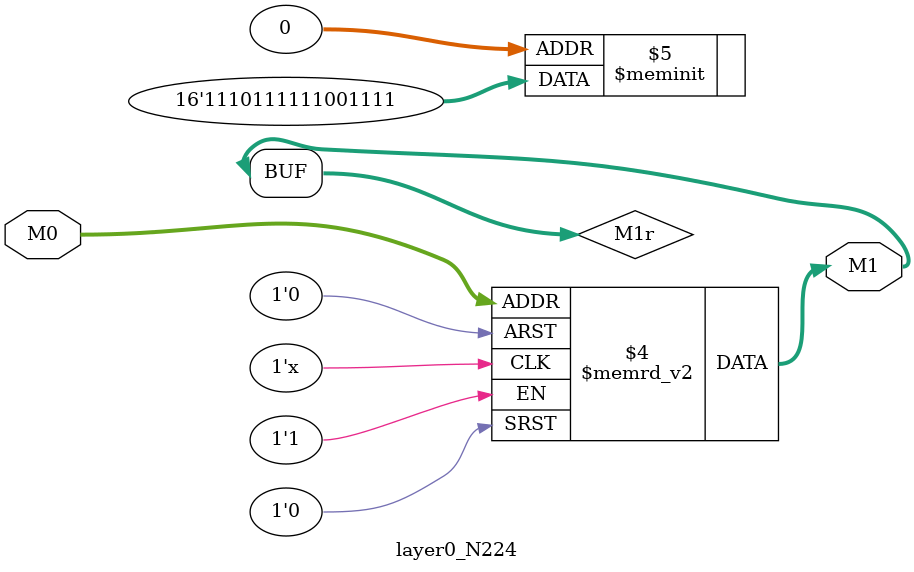
<source format=v>
module layer0_N224 ( input [2:0] M0, output [1:0] M1 );

	(*rom_style = "distributed" *) reg [1:0] M1r;
	assign M1 = M1r;
	always @ (M0) begin
		case (M0)
			3'b000: M1r = 2'b11;
			3'b100: M1r = 2'b11;
			3'b010: M1r = 2'b00;
			3'b110: M1r = 2'b10;
			3'b001: M1r = 2'b11;
			3'b101: M1r = 2'b11;
			3'b011: M1r = 2'b11;
			3'b111: M1r = 2'b11;

		endcase
	end
endmodule

</source>
